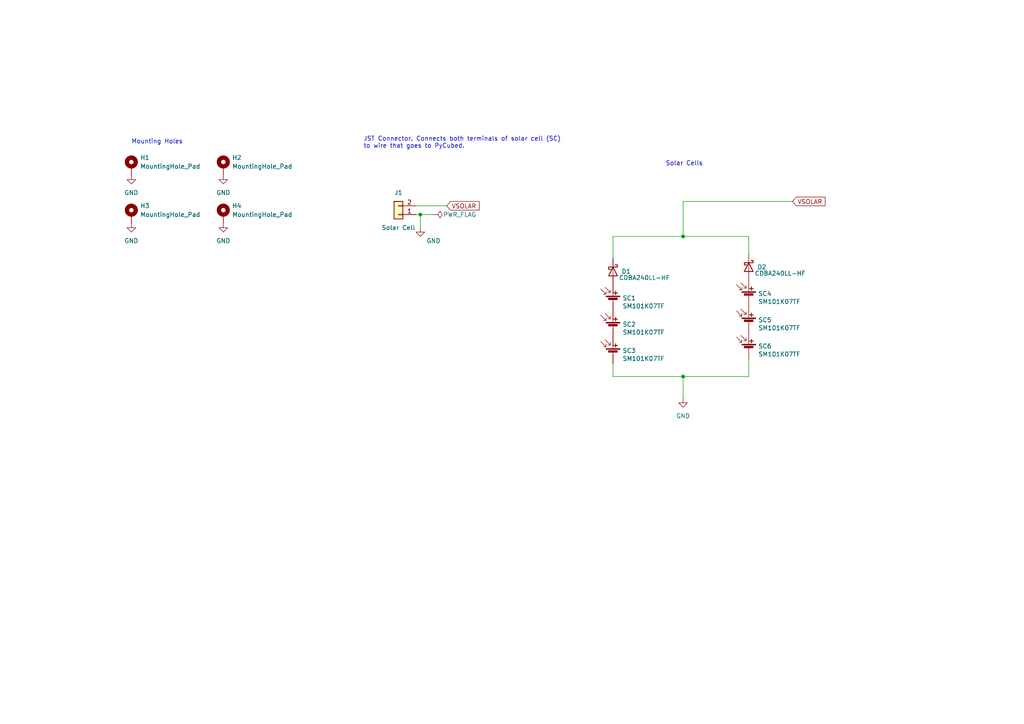
<source format=kicad_sch>
(kicad_sch (version 20211123) (generator eeschema)
  (paper "A4")
  (title_block (title "Solar Cell PCBs ") (date "2022-12-18") (rev "1"))
  (lib_symbols
    (symbol "Connector_Generic:Conn_01x02" (pin_names (offset 1.016) hide)
      (property "Reference" "J" (at 0 2.54 0))
      (property "Value" "Conn_01x02" (at 0 -5.08 0))
      (symbol "Conn_01x02_1_1"
        (rectangle (start -1.27 -2.413) (end 0 -2.667) (stroke (width 0.1524)))
        (rectangle (start -1.27 0.127) (end 0 -0.127) (stroke (width 0.1524)))
        (rectangle (start -1.27 1.27) (end 1.27 -3.81) (stroke (width 0.254)) (fill (type background)))
        (pin passive line (at -5.08 0 0) (length 3.81) (name "Pin_1") (number "1"))
        (pin passive line (at -5.08 -2.54 0) (length 3.81) (name "Pin_2") (number "2"))
      )
    )
    (symbol "Device:D_Schottky" (pin_numbers hide) (pin_names (offset 1.016) hide)
      (property "Reference" "D" (at 0 2.54 0))
      (property "Value" "D_Schottky" (at 0 -2.54 0))
      (symbol "D_Schottky_0_1"
        (polyline (pts (xy 1.27 0) (xy -1.27 0)))
        (polyline (pts (xy 1.27 1.27) (xy 1.27 -1.27) (xy -1.27 0) (xy 1.27 1.27)) (stroke (width 0.254)))
        (polyline (pts (xy -1.905 0.635) (xy -1.905 1.27) (xy -1.27 1.27) (xy -1.27 -1.27) (xy -0.635 -1.27) (xy -0.635 -0.635)) (stroke (width 0.254)))
      )
      (symbol "D_Schottky_1_1"
        (pin passive line (at -3.81 0 0) (length 2.54) (name "K") (number "1"))
        (pin passive line (at 3.81 0 180) (length 2.54) (name "A") (number "2"))
      )
    )
    (symbol "Device:Solar_Cell" (pin_numbers hide) (pin_names (offset 0) hide)
      (property "Reference" "SC" (at 2.54 2.54 0))
      (property "Value" "Solar_Cell" (at 2.54 0 0))
      (symbol "Solar_Cell_0_1"
        (rectangle (start -2.032 1.778) (end 2.032 1.524) (fill (type outline)))
        (rectangle (start -1.3208 1.1938) (end 1.27 0.6858) (fill (type outline)))
        (polyline (pts (xy -2.032 2.286) (xy -3.556 3.81)))
        (polyline (pts (xy -0.762 2.794) (xy -2.286 4.318)))
        (polyline (pts (xy 0 0.762) (xy 0 0)))
        (polyline (pts (xy 0 1.778) (xy 0 2.54)))
        (polyline (pts (xy 0.254 2.667) (xy 1.27 2.667)) (stroke (width 0.254)))
        (polyline (pts (xy 0.762 3.175) (xy 0.762 2.159)) (stroke (width 0.254)))
        (polyline (pts (xy -2.032 3.048) (xy -2.032 2.286) (xy -2.794 2.286)))
        (polyline (pts (xy -0.762 3.556) (xy -0.762 2.794) (xy -1.524 2.794)))
      )
      (symbol "Solar_Cell_1_1"
        (pin passive line (at 0 5.08 270) (length 2.54) (name "+") (number "1"))
        (pin passive line (at 0 -2.54 90) (length 2.54) (name "-") (number "2"))
      )
    )
    (symbol "Mechanical:MountingHole_Pad" (pin_numbers hide) (pin_names (offset 1.016) hide)
      (property "Reference" "H" (at 0 6.35 0))
      (property "Value" "MountingHole_Pad" (at 0 4.445 0))
      (symbol "MountingHole_Pad_0_1"
        (circle (center 0 1.27) (radius 1.27) (stroke (width 1.27)))
      )
      (symbol "MountingHole_Pad_1_1"
        (pin input line (at 0 -2.54 90) (length 2.54) (name "1") (number "1"))
      )
    )
    (symbol "power:GND" (power) (pin_names (offset 0))
      (property "Value" "GND" (at 0 -3.81 0))
      (symbol "GND_0_1"
        (polyline (pts (xy 0 0) (xy 0 -1.27) (xy 1.27 -1.27) (xy 0 -2.54) (xy -1.27 -1.27) (xy 0 -1.27)))
      )
      (symbol "GND_1_1"
        (pin power_in line (at 0 0 270) (length 0) hide (name "GND") (number "1"))
      )
    )
    (symbol "power:PWR_FLAG" (power) (pin_numbers hide) (pin_names (offset 0) hide)
      (property "Value" "PWR_FLAG" (at 0 3.81 0))
      (symbol "PWR_FLAG_0_0"
        (pin power_out line (at 0 0 90) (length 0) (name "pwr") (number "1"))
      )
      (symbol "PWR_FLAG_0_1"
        (polyline (pts (xy 0 0) (xy 0 1.27) (xy -1.016 1.905) (xy 0 2.54) (xy 1.016 1.905) (xy 0 1.27)))
      )
    )
  )
  (junction (at 121.92 62.23))
  (junction (at 198.12 109.22))
  (junction (at 198.12 68.58))
  (wire (pts (xy 198.12 109.22) (xy 217.17 109.22)))
  (wire (pts (xy 177.8 109.22) (xy 198.12 109.22)))
  (wire (pts (xy 198.12 58.42) (xy 229.87 58.42)))
  (wire (pts (xy 177.8 74.93) (xy 177.8 68.58)))
  (wire (pts (xy 198.12 68.58) (xy 198.12 58.42)))
  (wire (pts (xy 120.65 62.23) (xy 121.92 62.23)))
  (wire (pts (xy 198.12 115.57) (xy 198.12 109.22)))
  (wire (pts (xy 198.12 68.58) (xy 217.17 68.58)))
  (wire (pts (xy 121.92 62.23) (xy 121.92 66.04)))
  (wire (pts (xy 217.17 68.58) (xy 217.17 73.66)))
  (wire (pts (xy 177.8 109.22) (xy 177.8 105.41)))
  (wire (pts (xy 121.92 62.23) (xy 125.73 62.23)))
  (wire (pts (xy 217.17 109.22) (xy 217.17 104.14)))
  (wire (pts (xy 177.8 68.58) (xy 198.12 68.58)))
  (wire (pts (xy 129.54 59.69) (xy 120.65 59.69)))
  (text "Mounting Holes" (at 38.1 41.91 0) (effects (font (size 1.27 1.27)) (justify left bottom)))
  (text "Solar Cells" (at 193.04 48.26 0) (effects (font (size 1.27 1.27)) (justify left bottom)))
  (text "JST Connector. Connects both terminals of solar cell (SC)\nto wire that goes to PyCubed." (at 105.41 43.18 0) (effects (font (size 1.27 1.27)) (justify left bottom)))
  (global_label "VSOLAR" (shape input) (at 129.54 59.69 0) (property "Intersheet References" "${INTERSHEET_REFS}" (effects hide)))
  (global_label "VSOLAR" (shape input) (at 229.87 58.42 0) (property "Intersheet References" "${INTERSHEET_REFS}" (effects hide)))
  (symbol (lib_id "power:GND") (at 64.77 50.8 0) (unit 1)
    (property "Reference" "#PWR0110" (effects hide))
    (property "Value" "GND" (at 64.77 55.88 0))
  )
  (symbol (lib_id "Device:Solar_Cell") (at 177.8 95.25 0) (unit 1)
    (property "Reference" "SC2" (at 180.5432 94.0816 0) (effects (justify left)))
    (property "Value" "SM101K07TF" (at 180.5432 96.393 0) (effects (justify left)))
    (property "Footprint" "ISP:SM101K07TF" (effects hide))
  )
  (symbol (lib_id "Device:Solar_Cell") (at 177.8 102.87 0) (unit 1)
    (property "Reference" "SC3" (at 180.5432 101.7016 0) (effects (justify left)))
    (property "Value" "SM101K07TF" (at 180.5432 104.013 0) (effects (justify left)))
    (property "Footprint" "ISP:SM101K07TF" (effects hide))
  )
  (symbol (lib_id "power:GND") (at 198.12 115.57 0) (unit 1)
    (property "Reference" "#PWR0106" (effects hide))
    (property "Value" "GND" (at 198.12 120.65 0))
  )
  (symbol (lib_id "power:GND") (at 38.1 50.8 0) (unit 1)
    (property "Reference" "#PWR0111" (effects hide))
    (property "Value" "GND" (at 38.1 55.88 0))
  )
  (symbol (lib_id "Device:D_Schottky") (at 177.8 78.74 270) (unit 1)
    (property "Reference" "D1" (at 181.61 78.74 90))
    (property "Value" "CDBA240LL-HF" (at 194.31 81.28 90) (effects (justify right bottom)))
    (property "Footprint" "ISP:DO-214AC" (effects hide))
  )
  (symbol (lib_id "Mechanical:MountingHole_Pad") (at 64.77 62.23 0) (unit 1)
    (property "Reference" "H4" (at 67.31 59.6899 0) (effects (justify left)))
    (property "Value" "MountingHole_Pad" (at 67.31 62.2299 0) (effects (justify left)))
    (property "Footprint" "MountingHole:MountingHole_3.2mm_M3_DIN965_Pad" (effects hide))
  )
  (symbol (lib_id "power:PWR_FLAG") (at 125.73 62.23 270) (unit 1)
    (property "Reference" "#U0101" (effects hide))
    (property "Value" "PWR_FLAG" (at 133.35 62.23 90))
  )
  (symbol (lib_id "power:GND") (at 38.1 64.77 0) (unit 1)
    (property "Reference" "#PWR0108" (effects hide))
    (property "Value" "GND" (at 38.1 69.85 0))
  )
  (symbol (lib_id "Mechanical:MountingHole_Pad") (at 38.1 48.26 0) (unit 1)
    (property "Reference" "H1" (at 40.64 45.7199 0) (effects (justify left)))
    (property "Value" "MountingHole_Pad" (at 40.64 48.2599 0) (effects (justify left)))
    (property "Footprint" "MountingHole:MountingHole_3.2mm_M3_DIN965_Pad" (effects hide))
  )
  (symbol (lib_id "Mechanical:MountingHole_Pad") (at 38.1 62.23 0) (unit 1)
    (property "Reference" "H3" (at 40.64 59.6899 0) (effects (justify left)))
    (property "Value" "MountingHole_Pad" (at 40.64 62.2299 0) (effects (justify left)))
    (property "Footprint" "MountingHole:MountingHole_3.2mm_M3_DIN965_Pad" (effects hide))
  )
  (symbol (lib_id "power:GND") (at 121.92 66.04 0) (unit 1)
    (property "Reference" "#PWR0107" (effects hide))
    (property "Value" "GND" (at 125.73 69.85 0))
  )
  (symbol (lib_id "Device:Solar_Cell") (at 217.17 101.6 0) (unit 1)
    (property "Reference" "SC6" (at 219.9132 100.4316 0) (effects (justify left)))
    (property "Value" "SM101K07TF" (at 219.9132 102.743 0) (effects (justify left)))
    (property "Footprint" "ISP:SM101K07TF" (effects hide))
  )
  (symbol (lib_id "Connector_Generic:Conn_01x02") (at 115.57 62.23 180) (unit 1)
    (property "Reference" "J1" (at 115.57 55.88 0))
    (property "Value" "Solar Cell" (at 115.57 66.04 0))
    (property "Footprint" "Molex_PicoLock_2p_2mm_2053380002:2053380002" (effects hide))
  )
  (symbol (lib_id "Device:Solar_Cell") (at 217.17 86.36 0) (unit 1)
    (property "Reference" "SC4" (at 219.9132 85.1916 0) (effects (justify left)))
    (property "Value" "SM101K07TF" (at 219.9132 87.503 0) (effects (justify left)))
    (property "Footprint" "ISP:SM101K07TF" (effects hide))
  )
  (symbol (lib_id "Device:D_Schottky") (at 217.17 77.47 270) (unit 1)
    (property "Reference" "D2" (at 220.98 77.47 90))
    (property "Value" "CDBA240LL-HF" (at 233.68 80.01 90) (effects (justify right bottom)))
    (property "Footprint" "ISP:DO-214AC" (effects hide))
  )
  (symbol (lib_id "Device:Solar_Cell") (at 217.17 93.98 0) (unit 1)
    (property "Reference" "SC5" (at 219.9132 92.8116 0) (effects (justify left)))
    (property "Value" "SM101K07TF" (at 219.9132 95.123 0) (effects (justify left)))
    (property "Footprint" "ISP:SM101K07TF" (effects hide))
  )
  (symbol (lib_id "Device:Solar_Cell") (at 177.8 87.63 0) (unit 1)
    (property "Reference" "SC1" (at 180.5432 86.4616 0) (effects (justify left)))
    (property "Value" "SM101K07TF" (at 180.5432 88.773 0) (effects (justify left)))
    (property "Footprint" "ISP:SM101K07TF" (effects hide))
  )
  (symbol (lib_id "power:GND") (at 64.77 64.77 0) (unit 1)
    (property "Reference" "#PWR0112" (effects hide))
    (property "Value" "GND" (at 64.77 69.85 0))
  )
  (symbol (lib_id "Mechanical:MountingHole_Pad") (at 64.77 48.26 0) (unit 1)
    (property "Reference" "H2" (at 67.31 45.7199 0) (effects (justify left)))
    (property "Value" "MountingHole_Pad" (at 67.31 48.2599 0) (effects (justify left)))
    (property "Footprint" "MountingHole:MountingHole_3.2mm_M3_DIN965_Pad" (effects hide))
  )
)
</source>
